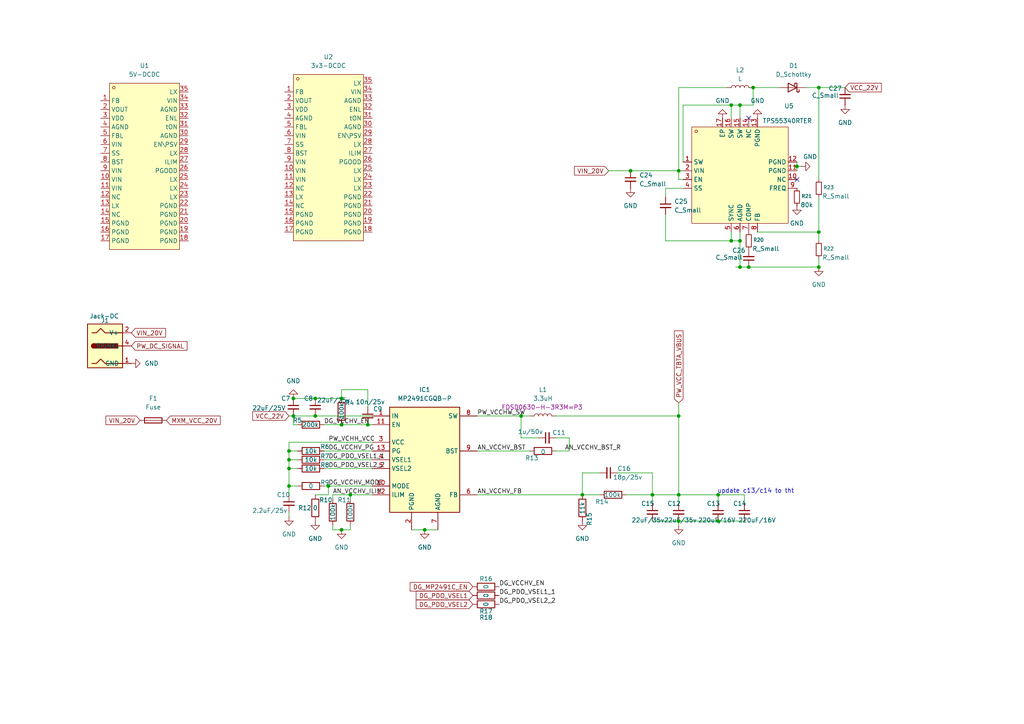
<source format=kicad_sch>
(kicad_sch (version 20250114) (generator "eeschema") (generator_version "9.0")
  (paper "A4")
  (lib_symbols
    (symbol "Connector:Jack-DC" (pin_names (offset 1.016))
      (property "Reference" "J1" (at 0 9.906 0))
      (property "Value" "Jack-DC" (at -0.254 11.176 0))
      (symbol "Jack-DC_0_1"
        (rectangle (start -5.08 8.89) (end 5.08 -3.81) (stroke (width 0.254)) (fill (type background)))
        (polyline (pts (xy -3.81 6.35) (xy -2.54 6.35) (xy -1.27 7.62) (xy 0 6.35) (xy 2.54 6.35) (xy 5.08 6.35)) (stroke (width 0.254)))
        (polyline (pts (xy -3.81 -2.54) (xy -2.54 -2.54) (xy -1.27 -1.27) (xy 0 -2.54) (xy 2.54 -2.54) (xy 5.08 -2.54)) (stroke (width 0.254)))
        (arc (start -3.302 1.905) (mid -3.9343 2.54) (end -3.302 3.175) (stroke (width 0.254)))
        (arc (start -3.302 1.905) (mid -3.9343 2.54) (end -3.302 3.175) (stroke (width 0.254)) (fill (type outline)))
        (rectangle (start 3.683 3.175) (end -3.302 1.905) (stroke (width 0.254)) (fill (type outline)))
        (polyline (pts (xy 5.08 2.54) (xy 3.81 2.54)) (stroke (width 0.254)))
      )
      (symbol "Jack-DC_1_1"
        (pin passive line (at 7.62 6.35 180) (length 2.54) (name "V+") (number "2"))
        (pin passive line (at 7.62 2.54 180) (length 2.54) (name "SIGNAL") (number "4"))
        (pin passive line (at 7.62 -2.54 180) (length 2.54) (name "GND") (number "1"))
      )
    )
    (symbol "Device:C_Small" (pin_numbers (hide yes)) (pin_names (offset 0.254) (hide yes))
      (property "Reference" "C" (at 0.254 1.778 0))
      (property "Value" "C_Small" (at 0.254 -2.032 0))
      (symbol "C_Small_0_1"
        (polyline (pts (xy -1.524 0.508) (xy 1.524 0.508)) (stroke (width 0.3048)))
        (polyline (pts (xy -1.524 -0.508) (xy 1.524 -0.508)) (stroke (width 0.3302)))
      )
      (symbol "C_Small_1_1"
        (pin passive line (at 0 2.54 270) (length 2.032) (name "~") (number "1"))
        (pin passive line (at 0 -2.54 90) (length 2.032) (name "~") (number "2"))
      )
    )
    (symbol "Device:D_Schottky" (pin_numbers (hide yes)) (pin_names (offset 1.016) (hide yes))
      (property "Reference" "D" (at 0 2.54 0))
      (property "Value" "D_Schottky" (at 0 -2.54 0))
      (symbol "D_Schottky_0_1"
        (polyline (pts (xy -1.905 0.635) (xy -1.905 1.27) (xy -1.27 1.27) (xy -1.27 -1.27) (xy -0.635 -1.27) (xy -0.635 -0.635)) (stroke (width 0.254)))
        (polyline (pts (xy 1.27 1.27) (xy 1.27 -1.27) (xy -1.27 0) (xy 1.27 1.27)) (stroke (width 0.254)))
        (polyline (pts (xy 1.27 0) (xy -1.27 0)))
      )
      (symbol "D_Schottky_1_1"
        (pin passive line (at -3.81 0 0) (length 2.54) (name "K") (number "1"))
        (pin passive line (at 3.81 0 180) (length 2.54) (name "A") (number "2"))
      )
    )
    (symbol "Device:Fuse" (pin_numbers (hide yes)) (pin_names (offset 0))
      (property "Reference" "F1" (at 6.35 0 90))
      (property "Value" "Fuse" (at 3.81 0 90))
      (symbol "Fuse_0_1"
        (rectangle (start -0.762 2.54) (end 0.762 -2.54) (stroke (width 0.254)))
        (polyline (pts (xy 0 2.54) (xy 0 -2.54)))
      )
      (symbol "Fuse_1_1"
        (pin passive line (at 0 3.81 270) (length 1.27) (name "~") (number "1"))
        (pin passive line (at 0 -3.81 90) (length 1.27) (name "~") (number "3"))
      )
    )
    (symbol "Device:L" (pin_numbers (hide yes)) (pin_names (offset 1.016) (hide yes))
      (property "Reference" "L" (at -1.27 0 90))
      (property "Value" "L" (at 1.905 0 90))
      (symbol "L_0_1"
        (arc (start 0 2.54) (mid 0.6323 1.905) (end 0 1.27))
        (arc (start 0 1.27) (mid 0.6323 0.635) (end 0 0))
        (arc (start 0 0) (mid 0.6323 -0.635) (end 0 -1.27))
        (arc (start 0 -1.27) (mid 0.6323 -1.905) (end 0 -2.54))
      )
      (symbol "L_1_1"
        (pin passive line (at 0 3.81 270) (length 1.27) (name "1") (number "1"))
        (pin passive line (at 0 -3.81 90) (length 1.27) (name "2") (number "2"))
      )
    )
    (symbol "Device:R" (pin_numbers (hide yes)) (pin_names (offset 0))
      (property "Reference" "R" (at 2.032 0 90))
      (property "Value" "R" (at 0 0 90))
      (symbol "R_0_1"
        (rectangle (start -1.016 -2.54) (end 1.016 2.54) (stroke (width 0.254)))
      )
      (symbol "R_1_1"
        (pin passive line (at 0 3.81 270) (length 1.27) (name "~") (number "1"))
        (pin passive line (at 0 -3.81 90) (length 1.27) (name "~") (number "2"))
      )
    )
    (symbol "Device:R_Small" (pin_numbers (hide yes)) (pin_names (offset 0.254) (hide yes))
      (property "Reference" "R" (at 0 0 90))
      (property "Value" "R_Small" (at 1.778 0 90))
      (symbol "R_Small_0_1"
        (rectangle (start -0.762 1.778) (end 0.762 -1.778) (stroke (width 0.2032)))
      )
      (symbol "R_Small_1_1"
        (pin passive line (at 0 2.54 270) (length 0.762) (name "~") (number "1"))
        (pin passive line (at 0 -2.54 90) (length 0.762) (name "~") (number "2"))
      )
    )
    (symbol "MP2491CGQB-P:MP2491CGQB-P"
      (property "Reference" "IC1" (at 15.24 7.62 0))
      (property "Value" "MP2491CGQB-P" (at 15.24 5.08 0))
      (symbol "MP2491CGQB-P_1_1"
        (rectangle (start 5.08 2.54) (end 25.4 -27.94) (stroke (width 0.254)) (fill (type background)))
        (pin passive line (at 0 0 0) (length 5.08) (name "IN") (number "1"))
        (pin passive line (at 0 -2.54 0) (length 5.08) (name "EN") (number "11"))
        (pin passive line (at 0 -7.62 0) (length 5.08) (name "VCC") (number "3"))
        (pin passive line (at 0 -10.16 0) (length 5.08) (name "PG") (number "13"))
        (pin passive line (at 0 -12.7 0) (length 5.08) (name "VSEL1") (number "4"))
        (pin passive line (at 0 -15.24 0) (length 5.08) (name "VSEL2") (number "5"))
        (pin passive line (at 0 -20.32 0) (length 5.08) (name "MODE") (number "10"))
        (pin passive line (at 0 -22.86 0) (length 5.08) (name "ILIM") (number "12"))
        (pin passive line (at 11.43 -33.02 90) (length 5.08) (name "PGND") (number "2"))
        (pin passive line (at 19.05 -33.02 90) (length 5.08) (name "AGND") (number "7"))
        (pin passive line (at 30.48 0 180) (length 5.08) (name "SW") (number "8"))
        (pin passive line (at 30.48 -10.16 180) (length 5.08) (name "BST") (number "9"))
        (pin passive line (at 30.48 -22.86 180) (length 5.08) (name "FB") (number "6"))
      )
    )
    (symbol "TI-TPS55340RTER:TPS55340RTER"
      (property "Reference" "U" (at 0 21.59 0))
      (property "Value" "TPS55340RTER" (at 0 -21.59 0))
      (symbol "TPS55340RTER_0_1"
        (rectangle (start -13.97 13.97) (end 13.97 -13.97) (fill (type background)))
        (circle (center -12.7 12.7) (radius 0.38))
        (pin unspecified line (at -16.51 3.81 0) (length 2.54) (name "SW") (number "1"))
        (pin unspecified line (at -16.51 1.27 0) (length 2.54) (name "VIN") (number "2"))
        (pin unspecified line (at -16.51 -1.27 0) (length 2.54) (name "EN") (number "3"))
        (pin unspecified line (at -16.51 -3.81 0) (length 2.54) (name "SS") (number "4"))
        (pin unspecified line (at -5.08 16.51 270) (length 2.54) (name "EP") (number "17"))
        (pin unspecified line (at -2.54 16.51 270) (length 2.54) (name "SW") (number "16"))
        (pin unspecified line (at -2.54 -16.51 90) (length 2.54) (name "SYNC") (number "5"))
        (pin unspecified line (at 0 16.51 270) (length 2.54) (name "SW") (number "15"))
        (pin unspecified line (at 0 -16.51 90) (length 2.54) (name "AGND") (number "6"))
        (pin unspecified line (at 2.54 16.51 270) (length 2.54) (name "NC") (number "14"))
        (pin unspecified line (at 2.54 -16.51 90) (length 2.54) (name "COMP") (number "7"))
        (pin unspecified line (at 5.08 16.51 270) (length 2.54) (name "PGND") (number "13"))
        (pin unspecified line (at 5.08 -16.51 90) (length 2.54) (name "FB") (number "8"))
        (pin unspecified line (at 16.51 3.81 180) (length 2.54) (name "PGND") (number "12"))
        (pin unspecified line (at 16.51 1.27 180) (length 2.54) (name "PGND") (number "11"))
        (pin unspecified line (at 16.51 -1.27 180) (length 2.54) (name "NC") (number "10"))
        (pin unspecified line (at 16.51 -3.81 180) (length 2.54) (name "FREQ") (number "9"))
      )
    )
    (symbol "Vishay Intertech SIC402ACD-T1-GE3:SIC402ACD-T1-GE3"
      (property "Reference" "U" (at 0 26.67 0))
      (property "Value" "SIC402ACD-T1-GE3" (at 0 -26.67 0))
      (symbol "SIC402ACD-T1-GE3_0_1"
        (rectangle (start -10.16 24.13) (end 10.16 -24.13) (fill (type background)))
        (circle (center -8.89 22.86) (radius 0.38))
        (pin unspecified line (at -12.7 19.05 0) (length 2.54) (name "FB") (number "1"))
        (pin unspecified line (at -12.7 16.51 0) (length 2.54) (name "VOUT") (number "2"))
        (pin unspecified line (at -12.7 13.97 0) (length 2.54) (name "VDD") (number "3"))
        (pin unspecified line (at -12.7 11.43 0) (length 2.54) (name "AGND") (number "4"))
        (pin unspecified line (at -12.7 8.89 0) (length 2.54) (name "FBL") (number "5"))
        (pin unspecified line (at -12.7 6.35 0) (length 2.54) (name "VIN") (number "6"))
        (pin unspecified line (at -12.7 3.81 0) (length 2.54) (name "SS") (number "7"))
        (pin unspecified line (at -12.7 1.27 0) (length 2.54) (name "BST") (number "8"))
        (pin unspecified line (at -12.7 -1.27 0) (length 2.54) (name "VIN") (number "9"))
        (pin unspecified line (at -12.7 -3.81 0) (length 2.54) (name "VIN") (number "10"))
        (pin unspecified line (at -12.7 -6.35 0) (length 2.54) (name "VIN") (number "11"))
        (pin unspecified line (at -12.7 -8.89 0) (length 2.54) (name "NC") (number "12"))
        (pin unspecified line (at -12.7 -11.43 0) (length 2.54) (name "LX") (number "13"))
        (pin unspecified line (at -12.7 -13.97 0) (length 2.54) (name "NC") (number "14"))
        (pin unspecified line (at -12.7 -16.51 0) (length 2.54) (name "PGND") (number "15"))
        (pin unspecified line (at -12.7 -19.05 0) (length 2.54) (name "PGND") (number "16"))
        (pin unspecified line (at -12.7 -21.59 0) (length 2.54) (name "PGND") (number "17"))
        (pin unspecified line (at 12.7 21.59 180) (length 2.54) (name "LX") (number "35"))
        (pin unspecified line (at 12.7 19.05 180) (length 2.54) (name "VIN") (number "34"))
        (pin unspecified line (at 12.7 16.51 180) (length 2.54) (name "AGND") (number "33"))
        (pin unspecified line (at 12.7 13.97 180) (length 2.54) (name "ENL") (number "32"))
        (pin unspecified line (at 12.7 11.43 180) (length 2.54) (name "tON") (number "31"))
        (pin unspecified line (at 12.7 8.89 180) (length 2.54) (name "AGND") (number "30"))
        (pin unspecified line (at 12.7 6.35 180) (length 2.54) (name "EN\\PSV") (number "29"))
        (pin unspecified line (at 12.7 3.81 180) (length 2.54) (name "LX") (number "28"))
        (pin unspecified line (at 12.7 1.27 180) (length 2.54) (name "ILIM") (number "27"))
        (pin unspecified line (at 12.7 -1.27 180) (length 2.54) (name "PGOOD") (number "26"))
        (pin unspecified line (at 12.7 -3.81 180) (length 2.54) (name "LX") (number "25"))
        (pin unspecified line (at 12.7 -6.35 180) (length 2.54) (name "LX") (number "24"))
        (pin unspecified line (at 12.7 -8.89 180) (length 2.54) (name "LX") (number "23"))
        (pin unspecified line (at 12.7 -11.43 180) (length 2.54) (name "PGND") (number "22"))
        (pin unspecified line (at 12.7 -13.97 180) (length 2.54) (name "PGND") (number "21"))
        (pin unspecified line (at 12.7 -16.51 180) (length 2.54) (name "PGND") (number "20"))
        (pin unspecified line (at 12.7 -19.05 180) (length 2.54) (name "PGND") (number "19"))
        (pin unspecified line (at 12.7 -21.59 180) (length 2.54) (name "PGND") (number "18"))
      )
    )
    (symbol "power:GND" (power) (pin_numbers (hide yes)) (pin_names (offset 0) (hide yes))
      (property "Value" "GND" (at 0 -3.81 0))
      (symbol "GND_0_1"
        (polyline (pts (xy 0 0) (xy 0 -1.27) (xy 1.27 -1.27) (xy 0 -2.54) (xy -1.27 -1.27) (xy 0 -1.27)))
      )
      (symbol "GND_1_1"
        (pin power_in line (at 0 0 270) (length 0) (name "~") (number "1"))
      )
    )
  )
  (text "update c13/c14 to tht" (at 219.202 142.494 0) (effects (font (size 1.27 1.27))))
  (junction (at 208.28 151.13))
  (junction (at 208.28 143.51))
  (junction (at 83.82 135.89))
  (junction (at 218.44 25.4))
  (junction (at 212.09 30.48))
  (junction (at 196.85 151.13))
  (junction (at 95.25 140.97))
  (junction (at 217.17 77.47))
  (junction (at 182.88 49.53))
  (junction (at 85.09 120.65))
  (junction (at 106.68 123.19))
  (junction (at 189.23 143.51))
  (junction (at 91.44 120.65))
  (junction (at 151.13 120.65))
  (junction (at 214.63 30.48))
  (junction (at 83.82 133.35))
  (junction (at 83.82 140.97))
  (junction (at 99.06 115.57))
  (junction (at 85.09 115.57))
  (junction (at 214.63 77.47))
  (junction (at 214.63 69.85))
  (junction (at 101.6 143.51))
  (junction (at 196.85 120.65))
  (junction (at 123.19 153.67))
  (junction (at 237.49 25.4))
  (junction (at 237.49 67.31))
  (junction (at 99.06 123.19))
  (junction (at 196.85 49.53))
  (junction (at 231.14 48.26))
  (junction (at 168.91 143.51))
  (junction (at 196.85 143.51))
  (junction (at 91.44 115.57))
  (junction (at 237.49 77.47))
  (junction (at 212.09 69.85))
  (junction (at 99.06 153.67))
  (junction (at 83.82 130.81))
  (no_connect (at 217.17 34.29))
  (no_connect (at 231.14 52.07))
  (wire (pts (xy 101.6 153.67) (xy 101.6 152.4)))
  (wire (pts (xy 237.49 67.31) (xy 237.49 69.85)))
  (wire (pts (xy 123.19 153.67) (xy 127 153.67)))
  (wire (pts (xy 210.82 25.4) (xy 196.85 25.4)))
  (wire (pts (xy 196.85 120.65) (xy 196.85 143.51)))
  (wire (pts (xy 193.04 62.23) (xy 193.04 69.85)))
  (wire (pts (xy 119.38 153.67) (xy 123.19 153.67)))
  (wire (pts (xy 196.85 52.07) (xy 196.85 49.53)))
  (wire (pts (xy 208.28 151.13) (xy 215.9 151.13)))
  (wire (pts (xy 219.71 67.31) (xy 237.49 67.31)))
  (wire (pts (xy 208.28 143.51) (xy 215.9 143.51)))
  (wire (pts (xy 83.82 128.27) (xy 83.82 130.81)))
  (wire (pts (xy 85.09 120.65) (xy 91.44 120.65)))
  (wire (pts (xy 96.52 153.67) (xy 99.06 153.67)))
  (wire (pts (xy 198.12 30.48) (xy 198.12 46.99)))
  (wire (pts (xy 231.14 48.26) (xy 231.14 49.53)))
  (wire (pts (xy 193.04 54.61) (xy 193.04 57.15)))
  (wire (pts (xy 214.63 67.31) (xy 214.63 69.85)))
  (wire (pts (xy 91.44 143.51) (xy 95.25 143.51)))
  (wire (pts (xy 96.52 152.4) (xy 96.52 153.67)))
  (wire (pts (xy 95.25 140.97) (xy 107.95 140.97)))
  (wire (pts (xy 101.6 143.51) (xy 96.52 143.51)))
  (wire (pts (xy 182.88 49.53) (xy 196.85 49.53)))
  (wire (pts (xy 83.82 133.35) (xy 83.82 135.89)))
  (wire (pts (xy 237.49 74.93) (xy 237.49 77.47)))
  (wire (pts (xy 86.36 123.19) (xy 85.09 123.19)))
  (wire (pts (xy 212.09 69.85) (xy 214.63 69.85)))
  (wire (pts (xy 168.91 137.16) (xy 173.99 137.16)))
  (wire (pts (xy 101.6 144.78) (xy 101.6 143.51)))
  (wire (pts (xy 107.95 128.27) (xy 83.82 128.27)))
  (wire (pts (xy 91.44 115.57) (xy 99.06 115.57)))
  (wire (pts (xy 218.44 30.48) (xy 218.44 25.4)))
  (wire (pts (xy 196.85 143.51) (xy 208.28 143.51)))
  (wire (pts (xy 214.63 30.48) (xy 214.63 34.29)))
  (wire (pts (xy 99.06 153.67) (xy 101.6 153.67)))
  (wire (pts (xy 212.09 67.31) (xy 212.09 69.85)))
  (wire (pts (xy 165.1 130.81) (xy 165.1 127)))
  (wire (pts (xy 83.82 135.89) (xy 86.36 135.89)))
  (wire (pts (xy 226.06 25.4) (xy 218.44 25.4)))
  (wire (pts (xy 214.63 77.47) (xy 217.17 77.47)))
  (wire (pts (xy 156.21 127) (xy 151.13 127)))
  (wire (pts (xy 208.28 146.05) (xy 208.28 143.51)))
  (wire (pts (xy 217.17 77.47) (xy 237.49 77.47)))
  (wire (pts (xy 99.06 123.19) (xy 93.98 123.19)))
  (wire (pts (xy 138.43 120.65) (xy 151.13 120.65)))
  (wire (pts (xy 198.12 30.48) (xy 212.09 30.48)))
  (wire (pts (xy 182.88 49.53) (xy 176.53 49.53)))
  (wire (pts (xy 168.91 143.51) (xy 173.99 143.51)))
  (wire (pts (xy 93.98 140.97) (xy 95.25 140.97)))
  (wire (pts (xy 151.13 127) (xy 151.13 120.65)))
  (wire (pts (xy 168.91 137.16) (xy 168.91 143.51)))
  (wire (pts (xy 99.06 113.03) (xy 106.68 113.03)))
  (wire (pts (xy 91.44 120.65) (xy 107.95 120.65)))
  (wire (pts (xy 83.82 140.97) (xy 83.82 143.51)))
  (wire (pts (xy 93.98 130.81) (xy 107.95 130.81)))
  (wire (pts (xy 189.23 143.51) (xy 189.23 146.05)))
  (wire (pts (xy 198.12 49.53) (xy 196.85 49.53)))
  (wire (pts (xy 161.29 130.81) (xy 165.1 130.81)))
  (wire (pts (xy 93.98 135.89) (xy 107.95 135.89)))
  (wire (pts (xy 232.41 48.26) (xy 231.14 48.26)))
  (wire (pts (xy 85.09 115.57) (xy 91.44 115.57)))
  (wire (pts (xy 198.12 52.07) (xy 196.85 52.07)))
  (wire (pts (xy 189.23 137.16) (xy 189.23 143.51)))
  (wire (pts (xy 151.13 120.65) (xy 153.67 120.65)))
  (wire (pts (xy 101.6 143.51) (xy 107.95 143.51)))
  (wire (pts (xy 99.06 123.19) (xy 106.68 123.19)))
  (wire (pts (xy 237.49 52.07) (xy 237.49 25.4)))
  (wire (pts (xy 237.49 25.4) (xy 245.11 25.4)))
  (wire (pts (xy 231.14 48.26) (xy 231.14 46.99)))
  (wire (pts (xy 198.12 54.61) (xy 193.04 54.61)))
  (wire (pts (xy 193.04 69.85) (xy 212.09 69.85)))
  (wire (pts (xy 99.06 115.57) (xy 99.06 113.03)))
  (wire (pts (xy 83.82 135.89) (xy 83.82 140.97)))
  (wire (pts (xy 106.68 123.19) (xy 107.95 123.19)))
  (wire (pts (xy 189.23 143.51) (xy 196.85 143.51)))
  (wire (pts (xy 83.82 148.59) (xy 83.82 149.86)))
  (wire (pts (xy 179.07 137.16) (xy 189.23 137.16)))
  (wire (pts (xy 138.43 130.81) (xy 153.67 130.81)))
  (wire (pts (xy 96.52 143.51) (xy 96.52 144.78)))
  (wire (pts (xy 83.82 133.35) (xy 86.36 133.35)))
  (wire (pts (xy 196.85 151.13) (xy 196.85 152.4)))
  (wire (pts (xy 237.49 25.4) (xy 233.68 25.4)))
  (wire (pts (xy 196.85 146.05) (xy 196.85 143.51)))
  (wire (pts (xy 215.9 143.51) (xy 215.9 146.05)))
  (wire (pts (xy 161.29 120.65) (xy 196.85 120.65)))
  (wire (pts (xy 165.1 127) (xy 161.29 127)))
  (wire (pts (xy 237.49 67.31) (xy 237.49 57.15)))
  (wire (pts (xy 196.85 151.13) (xy 208.28 151.13)))
  (wire (pts (xy 212.09 30.48) (xy 212.09 34.29)))
  (wire (pts (xy 189.23 151.13) (xy 196.85 151.13)))
  (wire (pts (xy 196.85 25.4) (xy 196.85 49.53)))
  (wire (pts (xy 83.82 120.65) (xy 85.09 120.65)))
  (wire (pts (xy 95.25 143.51) (xy 95.25 140.97)))
  (wire (pts (xy 214.63 30.48) (xy 218.44 30.48)))
  (wire (pts (xy 213.36 77.47) (xy 214.63 77.47)))
  (wire (pts (xy 106.68 113.03) (xy 106.68 118.11)))
  (wire (pts (xy 212.09 30.48) (xy 214.63 30.48)))
  (wire (pts (xy 85.09 123.19) (xy 85.09 120.65)))
  (wire (pts (xy 83.82 130.81) (xy 86.36 130.81)))
  (wire (pts (xy 93.98 133.35) (xy 107.95 133.35)))
  (wire (pts (xy 214.63 69.85) (xy 214.63 77.47)))
  (wire (pts (xy 168.91 143.51) (xy 138.43 143.51)))
  (wire (pts (xy 83.82 130.81) (xy 83.82 133.35)))
  (wire (pts (xy 83.82 140.97) (xy 86.36 140.97)))
  (wire (pts (xy 181.61 143.51) (xy 189.23 143.51)))
  (wire (pts (xy 196.85 120.65) (xy 196.85 116.84)))
  (label "DG_PDO_VSEL1_1" (at 95.25 133.35 0))
  (label "DG_VCCHV_EN" (at 144.78 170.18 0))
  (label "DG_PDO_VSEL1_1" (at 144.78 172.72 0))
  (label "PW_VCCHW_SW" (at 138.43 120.65 0))
  (label "DG_VCCHV_EN" (at 93.98 123.19 0))
  (label "DG_PDO_VSEL2_2" (at 95.25 135.89 0))
  (label "AN_VCCHV_BST_R" (at 163.83 130.81 0))
  (label "PW_VCHH_VCC" (at 95.25 128.27 0))
  (label "DG_VCCHV_MODE" (at 95.25 140.97 0))
  (label "AN_VCCHV_FB" (at 138.43 143.51 0))
  (label "DG_PDO_VSEL2_2" (at 144.78 175.26 0))
  (label "AN_VCCHV_BST" (at 138.43 130.81 0))
  (label "DG_VCCHV_PG" (at 95.25 130.81 0))
  (label "AN_VCCHV_ILIM" (at 96.52 143.51 0))
  (global_label "DG_MP2491C_EN" (shape input) (at 137.16 170.18 180) (property "Intersheetrefs" "${INTERSHEET_REFS}" (effects (hide yes))))
  (global_label "PW_DC_SIGNAL" (shape input) (at 38.1 100.33 0) (property "Intersheetrefs" "${INTERSHEET_REFS}" (effects (hide yes))))
  (global_label "VIN_20V" (shape input) (at 40.64 121.92 180) (property "Intersheetrefs" "${INTERSHEET_REFS}" (effects (hide yes))))
  (global_label "VCC_22V" (shape input) (at 245.11 25.4 0) (property "Intersheetrefs" "${INTERSHEET_REFS}" (effects (hide yes))))
  (global_label "MXM_VCC_20V" (shape input) (at 48.26 121.92 0) (property "Intersheetrefs" "${INTERSHEET_REFS}" (effects (hide yes))))
  (global_label "VCC_22V" (shape input) (at 83.82 120.65 180) (property "Intersheetrefs" "${INTERSHEET_REFS}" (effects (hide yes))))
  (global_label "DG_PDO_VSEL2" (shape input) (at 137.16 175.26 180) (property "Intersheetrefs" "${INTERSHEET_REFS}" (effects (hide yes))))
  (global_label "DG_PDO_VSEL1" (shape input) (at 137.16 172.72 180) (property "Intersheetrefs" "${INTERSHEET_REFS}" (effects (hide yes))))
  (global_label "VIN_20V" (shape input) (at 38.1 96.52 0) (property "Intersheetrefs" "${INTERSHEET_REFS}" (effects (hide yes))))
  (global_label "VIN_20V" (shape input) (at 176.53 49.53 180) (property "Intersheetrefs" "${INTERSHEET_REFS}" (effects (hide yes))))
  (global_label "PW_VCC_TBTA_VBUS" (shape input) (at 196.85 116.84 90) (property "Intersheetrefs" "${INTERSHEET_REFS}" (effects (hide yes))))
  (symbol (lib_id "Device:C_Small") (at 83.82 146.05 0) (unit 1)
    (property "Reference" "C10" (at 80.264 143.51 0) (effects (justify left)))
    (property "Value" "2.2uF/25v" (at 73.152 148.082 0) (effects (justify left)))
    (property "Footprint" "Capacitor_SMD:C_0402_1005Metric" (effects (hide yes)))
    (property "Description" "Unpolarized capacitor, small symbol" (effects (hide yes)))
  )
  (symbol (lib_id "power:GND") (at 168.91 151.13 0) (unit 1)
    (property "Reference" "#PWR031" (effects (hide yes)))
    (property "Value" "GND" (at 168.91 156.21 0))
    (property "Description" "Power symbol creates a global label with name \"GND\" , ground" (effects (hide yes)))
  )
  (symbol (lib_id "power:GND") (at 38.1 105.41 90) (unit 1)
    (property "Reference" "#PWR050" (effects (hide yes)))
    (property "Value" "GND" (at 41.91 105.4099 90) (effects (justify right)))
    (property "Description" "Power symbol creates a global label with name \"GND\" , ground" (effects (hide yes)))
  )
  (symbol (lib_id "Device:R_Small") (at 237.49 72.39 0) (unit 1)
    (property "Reference" "R22" (at 238.76 72.136 0) (effects (font (size 1.016 1.016)) (justify left)))
    (property "Value" "R_Small" (at 238.506 74.676 0) (effects (justify left)))
    (property "Footprint" "Resistor_SMD:R_0402_1005Metric" (effects (hide yes)))
    (property "Description" "Resistor, small symbol" (effects (hide yes)))
  )
  (symbol (lib_id "power:GND") (at 99.06 153.67 0) (unit 1)
    (property "Reference" "#PWR027" (effects (hide yes)))
    (property "Value" "GND" (at 99.06 158.75 0))
    (property "Description" "Power symbol creates a global label with name \"GND\" , ground" (effects (hide yes)))
  )
  (symbol (lib_id "Device:C_Small") (at 208.28 148.59 0) (unit 1)
    (property "Reference" "C13" (at 204.978 146.05 0) (effects (justify left)))
    (property "Value" "220uF/16V" (at 202.438 150.876 0) (effects (justify left)))
    (property "Footprint" "Capacitor_SMD:C_0402_1005Metric" (effects (hide yes)))
    (property "Description" "Unpolarized capacitor, small symbol" (effects (hide yes)))
  )
  (symbol (lib_id "Device:R") (at 90.17 140.97 90) (unit 1)
    (property "Reference" "R9" (at 94.234 139.954 90))
    (property "Value" "0" (at 90.17 140.97 90))
    (property "Footprint" "Resistor_SMD:R_0402_1005Metric" (effects (hide yes)))
    (property "Description" "Resistor" (effects (hide yes)))
  )
  (symbol (lib_id "MP2491CGQB-P:MP2491CGQB-P") (at 107.95 120.65 0) (unit 1)
    (property "Reference" "IC1" (at 123.19 113.03 0))
    (property "Value" "MP2491CGQB-P" (at 123.19 115.57 0))
    (property "Footprint" "MP2491CGQBP" (effects (hide yes)))
    (property "Datasheet" "https://www.monolithicpower.com/en/documentview/productdocument/index/version/2/document_type/Datasheet/lang/en/sku/MP2491CGQB-Z" (effects (hide yes)))
    (property "Description" "Switching Voltage Regulators 6A, 32V Step-Down Converter With Programmable Current Limit And Output Voltage Scaling Control" (effects (hide yes)))
    (property "Height" "1" (effects (hide yes)))
    (property "Mouser Part Number" "946-MP2491CGQB-P" (effects (hide yes)))
    (property "Mouser Price/Stock" "https://www.mouser.co.uk/ProductDetail/Monolithic-Power-Systems-MPS/MP2491CGQB-P?qs=%252B6g0mu59x7Jdi0SRMXMyvA%3D%3D" (effects (hide yes)))
    (property "Manufacturer_Name" "Monolithic Power Systems (MPS)" (effects (hide yes)))
    (property "Manufacturer_Part_Number" "MP2491CGQB-P" (effects (hide yes)))
  )
  (symbol (lib_id "Device:C_Small") (at 215.9 148.59 0) (unit 1)
    (property "Reference" "C14" (at 212.598 146.05 0) (effects (justify left)))
    (property "Value" "220uF/16V" (at 214.122 150.876 0) (effects (justify left)))
    (property "Footprint" "Capacitor_SMD:C_0402_1005Metric" (effects (hide yes)))
    (property "Description" "Unpolarized capacitor, small symbol" (effects (hide yes)))
  )
  (symbol (lib_id "Device:R") (at 91.44 147.32 180) (unit 1)
    (property "Reference" "R12" (at 88.392 147.32 0))
    (property "Value" "0" (at 91.44 147.32 0))
    (property "Footprint" "Resistor_SMD:R_0402_1005Metric" (effects (hide yes)))
    (property "Description" "Resistor" (effects (hide yes)))
  )
  (symbol (lib_id "power:GND") (at 123.19 153.67 0) (unit 1)
    (property "Reference" "#PWR029" (effects (hide yes)))
    (property "Value" "GND" (at 123.19 158.75 0))
    (property "Description" "Power symbol creates a global label with name \"GND\" , ground" (effects (hide yes)))
  )
  (symbol (lib_id "Device:R") (at 99.06 119.38 0) (unit 1)
    (property "Reference" "R4" (at 100.076 116.84 0) (effects (justify left)))
    (property "Value" "100k" (at 99.06 121.666 90) (effects (justify left)))
    (property "Footprint" "Resistor_SMD:R_0402_1005Metric" (effects (hide yes)))
    (property "Description" "Resistor" (effects (hide yes)))
  )
  (symbol (lib_id "Device:C_Small") (at 217.17 74.93 180) (unit 1)
    (property "Reference" "C26" (at 212.344 72.644 0) (effects (justify right)))
    (property "Value" "C_Small" (at 207.518 74.676 0) (effects (justify right)))
    (property "Description" "Unpolarized capacitor, small symbol" (effects (hide yes)))
  )
  (symbol (lib_id "Device:R") (at 90.17 123.19 90) (unit 1)
    (property "Reference" "R5" (at 87.63 121.92 90) (effects (justify left)))
    (property "Value" "200k" (at 92.456 123.19 90) (effects (justify left)))
    (property "Footprint" "Resistor_SMD:R_0402_1005Metric" (effects (hide yes)))
    (property "Description" "Resistor" (effects (hide yes)))
  )
  (symbol (lib_id "Device:C_Small") (at 85.09 118.11 0) (unit 1)
    (property "Reference" "C7" (at 81.534 115.57 0) (effects (justify left)))
    (property "Value" "22uF/25V" (at 73.152 118.364 0) (effects (justify left)))
    (property "Footprint" "Capacitor_SMD:C_0402_1005Metric" (effects (hide yes)))
    (property "Description" "Unpolarized capacitor, small symbol" (effects (hide yes)))
  )
  (symbol (lib_id "Device:R") (at 168.91 147.32 180) (unit 1)
    (property "Reference" "R15" (at 170.942 148.59 90) (effects (justify left)))
    (property "Value" "11k" (at 168.91 145.542 90) (effects (justify left)))
    (property "Footprint" "Resistor_SMD:R_0402_1005Metric" (effects (hide yes)))
    (property "Description" "Resistor" (effects (hide yes)))
  )
  (symbol (lib_id "Device:R") (at 90.17 135.89 90) (unit 1)
    (property "Reference" "R8" (at 94.234 134.874 90))
    (property "Value" "10k" (at 90.17 135.89 90))
    (property "Footprint" "Resistor_SMD:R_0402_1005Metric" (effects (hide yes)))
    (property "Description" "Resistor" (effects (hide yes)))
  )
  (symbol (lib_id "power:GND") (at 85.09 115.57 180) (unit 1)
    (property "Reference" "#PWR025" (effects (hide yes)))
    (property "Value" "GND" (at 85.09 110.49 0))
    (property "Description" "Power symbol creates a global label with name \"GND\" , ground" (effects (hide yes)))
  )
  (symbol (lib_id "Device:Fuse") (at 44.45 121.92 90) (unit 1)
    (property "Reference" "F1" (at 44.45 115.57 90))
    (property "Value" "Fuse" (at 44.45 118.11 90))
    (property "Footprint" "UL_3588:3588_KEY" (effects (hide yes)))
    (property "Description" "Fuse" (effects (hide yes)))
  )
  (symbol (lib_id "Device:R") (at 157.48 130.81 90) (unit 1)
    (property "Reference" "R13" (at 156.21 132.842 90) (effects (justify left)))
    (property "Value" "0" (at 158.242 131.064 90) (effects (justify left)))
    (property "Footprint" "Resistor_SMD:R_0402_1005Metric" (effects (hide yes)))
    (property "Description" "Resistor" (effects (hide yes)))
  )
  (symbol (lib_id "power:GND") (at 237.49 77.47 0) (unit 1)
    (property "Reference" "#PWR019" (effects (hide yes)))
    (property "Value" "GND" (at 237.49 82.55 0))
    (property "Description" "Power symbol creates a global label with name \"GND\" , ground" (effects (hide yes)))
  )
  (symbol (lib_id "power:GND") (at 91.44 151.13 0) (unit 1)
    (property "Reference" "#PWR028" (effects (hide yes)))
    (property "Value" "GND" (at 91.44 156.21 0))
    (property "Description" "Power symbol creates a global label with name \"GND\" , ground" (effects (hide yes)))
  )
  (symbol (lib_id "Device:R") (at 96.52 148.59 180) (unit 1)
    (property "Reference" "R10" (at 94.488 145.034 0))
    (property "Value" "100k" (at 96.52 148.59 90))
    (property "Footprint" "Resistor_SMD:R_0402_1005Metric" (effects (hide yes)))
    (property "Description" "Resistor" (effects (hide yes)))
  )
  (symbol (lib_id "power:GND") (at 219.71 34.29 180) (unit 1)
    (property "Reference" "#PWR052" (effects (hide yes)))
    (property "Value" "GND" (at 219.71 29.21 0))
    (property "Description" "Power symbol creates a global label with name \"GND\" , ground" (effects (hide yes)))
  )
  (symbol (lib_id "Device:R") (at 140.97 175.26 270) (unit 1)
    (property "Reference" "R18" (at 140.97 179.07 90))
    (property "Value" "0" (at 140.97 175.26 0))
    (property "Footprint" "Resistor_SMD:R_0402_1005Metric" (effects (hide yes)))
    (property "Description" "Resistor" (effects (hide yes)))
  )
  (symbol (lib_id "power:GND") (at 232.41 48.26 90) (unit 1)
    (property "Reference" "#PWR053" (effects (hide yes)))
    (property "Value" "GND" (at 232.918 45.466 90) (effects (justify right)))
    (property "Description" "Power symbol creates a global label with name \"GND\" , ground" (effects (hide yes)))
  )
  (symbol (lib_id "Device:R_Small") (at 217.17 69.85 0) (unit 1)
    (property "Reference" "R20" (at 218.44 69.596 0) (effects (font (size 1.016 1.016)) (justify left)))
    (property "Value" "R_Small" (at 218.186 72.136 0) (effects (justify left)))
    (property "Footprint" "Resistor_SMD:R_0402_1005Metric" (effects (hide yes)))
    (property "Description" "Resistor, small symbol" (effects (hide yes)))
  )
  (symbol (lib_id "Connector:Jack-DC") (at 30.48 102.87 0) (unit 1)
    (property "Reference" "J1" (at 30.48 92.964 0))
    (property "Value" "Jack-DC" (at 30.226 91.694 0))
    (property "Footprint" "XUNPU_DC-505:DC-505" (effects (hide yes)))
    (property "Description" "DC Barrel Jack" (effects (hide yes)))
  )
  (symbol (lib_id "Device:R") (at 140.97 172.72 270) (unit 1)
    (property "Reference" "R17" (at 140.97 177.292 90))
    (property "Value" "0" (at 140.97 172.72 0))
    (property "Footprint" "Resistor_SMD:R_0402_1005Metric" (effects (hide yes)))
    (property "Description" "Resistor" (effects (hide yes)))
  )
  (symbol (lib_id "Device:R_Small") (at 231.14 57.15 0) (unit 1)
    (property "Reference" "R21" (at 232.41 56.896 0) (effects (font (size 1.016 1.016)) (justify left)))
    (property "Value" "80k" (at 232.156 59.436 0) (effects (justify left)))
    (property "Footprint" "Resistor_SMD:R_0402_1005Metric" (effects (hide yes)))
    (property "Description" "Resistor, small symbol" (effects (hide yes)))
  )
  (symbol (lib_id "power:GND") (at 245.11 30.48 0) (unit 1)
    (property "Reference" "#PWR055" (effects (hide yes)))
    (property "Value" "GND" (at 245.11 35.56 0))
    (property "Description" "Power symbol creates a global label with name \"GND\" , ground" (effects (hide yes)))
  )
  (symbol (lib_id "TI-TPS55340RTER:TPS55340RTER") (at 214.63 50.8 0) (unit 1)
    (property "Reference" "U5" (at 228.854 30.734 0))
    (property "Value" "TPS55340RTER" (at 228.346 35.052 0))
    (property "Footprint" "TI-TPS55340RTER:VQFN-16_L3.0-W3.0-P0.50-BL-EP1.7" (effects (hide yes)))
    (property "Datasheet" "https://lcsc.com/product-detail/DC-DC-Converters_TI_TPS55340RTER_TPS55340RTER_C169167.html" (effects (hide yes)))
    (property "LCSC Part" "C169167" (effects (hide yes)))
  )
  (symbol (lib_id "Device:C_Small") (at 189.23 148.59 0) (unit 1)
    (property "Reference" "C15" (at 185.928 146.05 0) (effects (justify left)))
    (property "Value" "22uF/35v" (at 183.134 150.876 0) (effects (justify left)))
    (property "Footprint" "Capacitor_SMD:C_0402_1005Metric" (effects (hide yes)))
    (property "Description" "Unpolarized capacitor, small symbol" (effects (hide yes)))
  )
  (symbol (lib_id "Device:C_Small") (at 91.44 118.11 0) (unit 1)
    (property "Reference" "C8" (at 88.138 115.57 0) (effects (justify left)))
    (property "Value" "22uF/25v" (at 91.948 116.078 0) (effects (justify left)))
    (property "Footprint" "Capacitor_SMD:C_0402_1005Metric" (effects (hide yes)))
    (property "Description" "Unpolarized capacitor, small symbol" (effects (hide yes)))
  )
  (symbol (lib_id "Device:R") (at 140.97 170.18 270) (unit 1)
    (property "Reference" "R16" (at 140.97 167.894 90))
    (property "Value" "0" (at 140.97 170.18 0))
    (property "Footprint" "Resistor_SMD:R_0402_1005Metric" (effects (hide yes)))
    (property "Description" "Resistor" (effects (hide yes)))
  )
  (symbol (lib_id "power:GND") (at 196.85 152.4 0) (unit 1)
    (property "Reference" "#PWR030" (effects (hide yes)))
    (property "Value" "GND" (at 196.85 157.48 0))
    (property "Description" "Power symbol creates a global label with name \"GND\" , ground" (effects (hide yes)))
  )
  (symbol (lib_id "Device:C_Small") (at 245.11 27.94 180) (unit 1)
    (property "Reference" "C27" (at 240.284 25.654 0) (effects (justify right)))
    (property "Value" "C_Small" (at 235.458 27.686 0) (effects (justify right)))
    (property "Description" "Unpolarized capacitor, small symbol" (effects (hide yes)))
  )
  (symbol (lib_id "Device:R_Small") (at 237.49 54.61 0) (unit 1)
    (property "Reference" "R23" (at 238.76 54.356 0) (effects (font (size 1.016 1.016)) (justify left)))
    (property "Value" "R_Small" (at 238.506 56.896 0) (effects (justify left)))
    (property "Footprint" "Resistor_SMD:R_0402_1005Metric" (effects (hide yes)))
    (property "Description" "Resistor, small symbol" (effects (hide yes)))
  )
  (symbol (lib_id "Device:C_Small") (at 182.88 52.07 0) (unit 1)
    (property "Reference" "C24" (at 185.42 50.8062 0) (effects (justify left)))
    (property "Value" "C_Small" (at 185.42 53.3462 0) (effects (justify left)))
    (property "Description" "Unpolarized capacitor, small symbol" (effects (hide yes)))
  )
  (symbol (lib_id "power:GND") (at 231.14 59.69 0) (unit 1)
    (property "Reference" "#PWR051" (effects (hide yes)))
    (property "Value" "GND" (at 231.14 64.77 0))
    (property "Description" "Power symbol creates a global label with name \"GND\" , ground" (effects (hide yes)))
  )
  (symbol (lib_id "Device:C_Small") (at 158.75 127 90) (unit 1)
    (property "Reference" "C11" (at 164.084 125.476 90) (effects (justify left)))
    (property "Value" "1u/50v" (at 157.48 125.222 90) (effects (justify left)))
    (property "Footprint" "Capacitor_SMD:C_0402_1005Metric" (effects (hide yes)))
    (property "Description" "Unpolarized capacitor, small symbol" (effects (hide yes)))
  )
  (symbol (lib_id "Device:R") (at 90.17 133.35 90) (unit 1)
    (property "Reference" "R7" (at 94.234 132.334 90))
    (property "Value" "10k" (at 90.17 133.35 90))
    (property "Footprint" "Resistor_SMD:R_0402_1005Metric" (effects (hide yes)))
    (property "Description" "Resistor" (effects (hide yes)))
  )
  (symbol (lib_id "Device:R") (at 101.6 148.59 180) (unit 1)
    (property "Reference" "R11" (at 99.822 145.034 0))
    (property "Value" "100k" (at 101.6 148.59 90))
    (property "Footprint" "Resistor_SMD:R_0402_1005Metric" (effects (hide yes)))
    (property "Description" "Resistor" (effects (hide yes)))
  )
  (symbol (lib_id "Device:C_Small") (at 106.68 120.65 0) (unit 1)
    (property "Reference" "C9" (at 108.204 118.618 0) (effects (justify left)))
    (property "Value" "10n/25v" (at 103.124 116.586 0) (effects (justify left)))
    (property "Footprint" "Capacitor_SMD:C_0402_1005Metric" (effects (hide yes)))
    (property "Description" "Unpolarized capacitor, small symbol" (effects (hide yes)))
  )
  (symbol (lib_id "Device:R") (at 177.8 143.51 90) (unit 1)
    (property "Reference" "R14" (at 176.53 145.542 90) (effects (justify left)))
    (property "Value" "100k" (at 180.086 143.51 90) (effects (justify left)))
    (property "Footprint" "Resistor_SMD:R_0402_1005Metric" (effects (hide yes)))
    (property "Description" "Resistor" (effects (hide yes)))
  )
  (symbol (lib_id "Vishay Intertech SIC402ACD-T1-GE3:SIC402ACD-T1-GE3") (at 95.25 45.72 0) (unit 1)
    (property "Reference" "U2" (at 95.25 16.51 0))
    (property "Value" "3v3-DCDC" (at 95.25 19.05 0))
    (property "Footprint" "Vishay Intertech SIC402ACD-T1-GE3:MLP55-32_L5.0-W5.0-P0.50-TL-EP" (effects (hide yes)))
    (property "Datasheet" "https://lcsc.com/product-detail/DC-DC-Converters_Vishay-Intertech-SIC402ACD-T1-GE3_C511100.html" (effects (hide yes)))
    (property "LCSC Part" "C511100" (effects (hide yes)))
  )
  (symbol (lib_id "power:GND") (at 209.55 34.29 180) (unit 1)
    (property "Reference" "#PWR054" (effects (hide yes)))
    (property "Value" "GND" (at 209.55 29.21 0))
    (property "Description" "Power symbol creates a global label with name \"GND\" , ground" (effects (hide yes)))
  )
  (symbol (lib_id "Device:R") (at 90.17 130.81 90) (unit 1)
    (property "Reference" "R6" (at 94.234 129.54 90))
    (property "Value" "10k" (at 90.17 130.81 90))
    (property "Footprint" "Resistor_SMD:R_0402_1005Metric" (effects (hide yes)))
    (property "Description" "Resistor" (effects (hide yes)))
  )
  (symbol (lib_id "power:GND") (at 83.82 149.86 0) (unit 1)
    (property "Reference" "#PWR026" (effects (hide yes)))
    (property "Value" "GND" (at 83.82 154.94 0))
    (property "Description" "Power symbol creates a global label with name \"GND\" , ground" (effects (hide yes)))
  )
  (symbol (lib_id "Device:D_Schottky") (at 229.87 25.4 180) (unit 1)
    (property "Reference" "D1" (at 230.1875 19.05 0))
    (property "Value" "D_Schottky" (at 230.1875 21.59 0))
    (property "Description" "Schottky diode" (effects (hide yes)))
  )
  (symbol (lib_id "Device:C_Small") (at 193.04 59.69 0) (unit 1)
    (property "Reference" "C25" (at 195.58 58.4262 0) (effects (justify left)))
    (property "Value" "C_Small" (at 195.58 60.9662 0) (effects (justify left)))
    (property "Description" "Unpolarized capacitor, small symbol" (effects (hide yes)))
  )
  (symbol (lib_id "power:GND") (at 182.88 54.61 0) (unit 1)
    (property "Reference" "#PWR018" (effects (hide yes)))
    (property "Value" "GND" (at 182.88 59.69 0))
    (property "Description" "Power symbol creates a global label with name \"GND\" , ground" (effects (hide yes)))
  )
  (symbol (lib_id "Device:C_Small") (at 196.85 148.59 0) (unit 1)
    (property "Reference" "C12" (at 193.548 146.05 0) (effects (justify left)))
    (property "Value" "22uF/35v" (at 192.532 150.876 0) (effects (justify left)))
    (property "Footprint" "Capacitor_SMD:C_0402_1005Metric" (effects (hide yes)))
    (property "Description" "Unpolarized capacitor, small symbol" (effects (hide yes)))
  )
  (symbol (lib_id "Vishay Intertech SIC402ACD-T1-GE3:SIC402ACD-T1-GE3") (at 41.91 48.26 0) (unit 1)
    (property "Reference" "U1" (at 41.91 19.05 0))
    (property "Value" "5V-DCDC" (at 41.91 21.59 0))
    (property "Footprint" "Vishay Intertech SIC402ACD-T1-GE3:MLP55-32_L5.0-W5.0-P0.50-TL-EP" (effects (hide yes)))
    (property "Datasheet" "https://lcsc.com/product-detail/DC-DC-Converters_Vishay-Intertech-SIC402ACD-T1-GE3_C511100.html" (effects (hide yes)))
    (property "LCSC Part" "C511100" (effects (hide yes)))
  )
  (symbol (lib_id "Device:C_Small") (at 176.53 137.16 270) (unit 1)
    (property "Reference" "C16" (at 179.07 135.89 90) (effects (justify left)))
    (property "Value" "18p/25v" (at 177.8 138.43 90) (effects (justify left)))
    (property "Footprint" "Capacitor_SMD:C_0402_1005Metric" (effects (hide yes)))
    (property "Description" "Unpolarized capacitor, small symbol" (effects (hide yes)))
  )
  (symbol (lib_id "Device:L") (at 157.48 120.65 90) (unit 1)
    (property "Reference" "L1" (at 157.48 113.03 90))
    (property "Value" "3.3uH" (at 157.48 115.57 90))
    (property "Footprint" "https://search.murata.co.jp/Ceramy/image/img/P02/J(E)TE243B-0007_FDSD0630_reference.pdf" (effects (hide yes)))
    (property "Description" "Inductor" (effects (hide yes)))
    (property "Model" "FDSD0630-H-3R3M=P3" (at 157.226 118.11 90))
  )
  (symbol (lib_id "Device:L") (at 214.63 25.4 90) (unit 1)
    (property "Reference" "L2" (at 214.63 20.32 90))
    (property "Value" "L" (at 214.63 22.86 90))
    (property "Description" "Inductor" (effects (hide yes)))
  )
)
</source>
